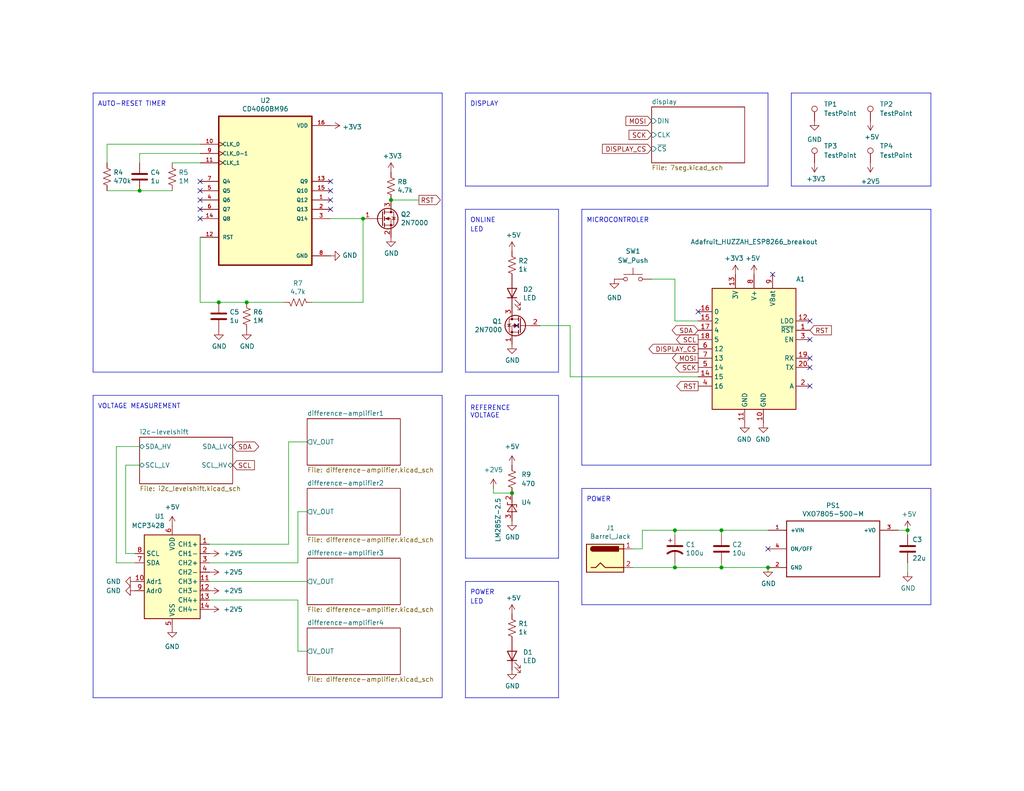
<source format=kicad_sch>
(kicad_sch (version 20230121) (generator eeschema)
  (paper "USLetter")
  (title_block (title "MQTT Voltmeter") (date "2022-02-18") (rev "A") (company "University of Wisconsin-Madison") (comment 1 "Department of Chemistry") (comment 2 "Instrument Shop") (comment 3 "Blaise Thompson") (comment 4 "blaise.thompson@wisc.edu"))
  (lib_symbols
    (symbol "Analog_ADC:MCP3428"
      (property "Reference" "U" (at -3.81 11.43 0))
      (property "Value" "MCP3428" (at 2.54 11.43 0))
      (symbol "MCP3428_0_1"
        (rectangle (start -7.62 10.16) (end 7.62 -12.7) (stroke (width 0.254)) (fill (type background)))
      )
      (symbol "MCP3428_1_1"
        (pin input line (at -10.16 7.62 0) (length 2.54) (name "CH1+") (number "1"))
        (pin input line (at 10.16 -2.54 180) (length 2.54) (name "Adr1") (number "10"))
        (pin input line (at -10.16 -2.54 0) (length 2.54) (name "CH3+") (number "11"))
        (pin input line (at -10.16 -5.08 0) (length 2.54) (name "CH3-") (number "12"))
        (pin input line (at -10.16 -7.62 0) (length 2.54) (name "CH4+") (number "13"))
        (pin input line (at -10.16 -10.16 0) (length 2.54) (name "CH4-") (number "14"))
        (pin input line (at -10.16 5.08 0) (length 2.54) (name "CH1-") (number "2"))
        (pin input line (at -10.16 2.54 0) (length 2.54) (name "CH2+") (number "3"))
        (pin input line (at -10.16 0 0) (length 2.54) (name "CH2-") (number "4"))
        (pin power_in line (at 0 -15.24 90) (length 2.54) (name "VSS") (number "5"))
        (pin power_in line (at 0 12.7 270) (length 2.54) (name "VDD") (number "6"))
        (pin bidirectional line (at 10.16 2.54 180) (length 2.54) (name "SDA") (number "7"))
        (pin input line (at 10.16 5.08 180) (length 2.54) (name "SCL") (number "8"))
        (pin input line (at 10.16 -5.08 180) (length 2.54) (name "Adr0") (number "9"))
      )
    )
    (symbol "CD4060BM96:CD4060BM96" (pin_names (offset 1.016))
      (property "Reference" "U" (at -12.7 21.3106 0))
      (property "Value" "CD4060BM96" (at -12.7 -24.3078 0))
      (symbol "CD4060BM96_0_0"
        (rectangle (start -12.7 -20.32) (end 12.7 20.32) (stroke (width 0.4064)) (fill (type background)))
        (pin bidirectional line (at 17.78 -2.54 180) (length 5.08) (name "Q12") (number "1"))
        (pin input clock (at -17.78 12.7 0) (length 5.08) (name "CLK_0") (number "10"))
        (pin input clock (at -17.78 7.62 0) (length 5.08) (name "CLK_1") (number "11"))
        (pin bidirectional line (at -17.78 -12.7 0) (length 5.08) (name "RST") (number "12"))
        (pin bidirectional line (at 17.78 2.54 180) (length 5.08) (name "Q9") (number "13"))
        (pin bidirectional line (at -17.78 -7.62 0) (length 5.08) (name "Q8") (number "14"))
        (pin bidirectional line (at 17.78 0 180) (length 5.08) (name "Q10") (number "15"))
        (pin power_in line (at 17.78 17.78 180) (length 5.08) (name "VDD") (number "16"))
        (pin bidirectional line (at 17.78 -5.08 180) (length 5.08) (name "Q13") (number "2"))
        (pin bidirectional line (at 17.78 -7.62 180) (length 5.08) (name "Q14") (number "3"))
        (pin bidirectional line (at -17.78 -2.54 0) (length 5.08) (name "Q6") (number "4"))
        (pin bidirectional line (at -17.78 0 0) (length 5.08) (name "Q5") (number "5"))
        (pin bidirectional line (at -17.78 -5.08 0) (length 5.08) (name "Q7") (number "6"))
        (pin bidirectional line (at -17.78 2.54 0) (length 5.08) (name "Q4") (number "7"))
        (pin power_in line (at 17.78 -17.78 180) (length 5.08) (name "GND") (number "8"))
        (pin input clock (at -17.78 10.16 0) (length 5.08) (name "CLK_0-1") (number "9"))
      )
    )
    (symbol "Connector:Barrel_Jack" (pin_names (offset 1.016))
      (property "Reference" "J" (at 0 5.334 0))
      (property "Value" "Barrel_Jack" (at 0 -5.08 0))
      (symbol "Barrel_Jack_0_1"
        (rectangle (start -5.08 3.81) (end 5.08 -3.81) (stroke (width 0.254)) (fill (type background)))
        (arc (start -3.302 3.175) (mid -3.9343 2.54) (end -3.302 1.905) (stroke (width 0.254)))
        (arc (start -3.302 3.175) (mid -3.9343 2.54) (end -3.302 1.905) (stroke (width 0.254)) (fill (type outline)))
        (polyline (pts (xy 5.08 2.54) (xy 3.81 2.54)) (stroke (width 0.254)))
        (polyline (pts (xy -3.81 -2.54) (xy -2.54 -2.54) (xy -1.27 -1.27) (xy 0 -2.54) (xy 2.54 -2.54) (xy 5.08 -2.54)) (stroke (width 0.254)))
        (rectangle (start 3.683 3.175) (end -3.302 1.905) (stroke (width 0.254)) (fill (type outline)))
      )
      (symbol "Barrel_Jack_1_1"
        (pin passive line (at 7.62 2.54 180) (length 2.54) (name "~") (number "1"))
        (pin passive line (at 7.62 -2.54 180) (length 2.54) (name "~") (number "2"))
      )
    )
    (symbol "Connector:TestPoint" (pin_numbers hide) (pin_names (offset 0.762) hide)
      (property "Reference" "TP" (at 0 6.858 0))
      (property "Value" "TestPoint" (at 0 5.08 0))
      (symbol "TestPoint_0_1"
        (circle (center 0 3.302) (radius 0.762))
      )
      (symbol "TestPoint_1_1"
        (pin passive line (at 0 0 90) (length 2.54) (name "1") (number "1"))
      )
    )
    (symbol "Device:C" (pin_numbers hide) (pin_names (offset 0.254))
      (property "Reference" "C" (at 0.635 2.54 0))
      (property "Value" "C" (at 0.635 -2.54 0))
      (symbol "C_0_1"
        (polyline (pts (xy -2.032 -0.762) (xy 2.032 -0.762)) (stroke (width 0.508)))
        (polyline (pts (xy -2.032 0.762) (xy 2.032 0.762)) (stroke (width 0.508)))
      )
      (symbol "C_1_1"
        (pin passive line (at 0 3.81 270) (length 2.794) (name "~") (number "1"))
        (pin passive line (at 0 -3.81 90) (length 2.794) (name "~") (number "2"))
      )
    )
    (symbol "Device:CP1" (pin_numbers hide) (pin_names (offset 0.254) hide)
      (property "Reference" "C" (at 0.635 2.54 0))
      (property "Value" "Device_CP1" (at 0.635 -2.54 0))
      (symbol "CP1_0_1"
        (polyline (pts (xy -2.032 0.762) (xy 2.032 0.762)) (stroke (width 0.508)))
        (polyline (pts (xy -1.778 2.286) (xy -0.762 2.286)))
        (polyline (pts (xy -1.27 1.778) (xy -1.27 2.794)))
        (arc (start 2.032 -1.27) (mid 0 -0.5572) (end -2.032 -1.27) (stroke (width 0.508)))
      )
      (symbol "CP1_1_1"
        (pin passive line (at 0 3.81 270) (length 2.794) (name "~") (number "1"))
        (pin passive line (at 0 -3.81 90) (length 3.302) (name "~") (number "2"))
      )
    )
    (symbol "Device:LED" (pin_numbers hide) (pin_names (offset 1.016) hide)
      (property "Reference" "D" (at 0 2.54 0))
      (property "Value" "LED" (at 0 -2.54 0))
      (symbol "LED_0_1"
        (polyline (pts (xy -1.27 -1.27) (xy -1.27 1.27)) (stroke (width 0.254)))
        (polyline (pts (xy -1.27 0) (xy 1.27 0)))
        (polyline (pts (xy 1.27 -1.27) (xy 1.27 1.27) (xy -1.27 0) (xy 1.27 -1.27)) (stroke (width 0.254)))
        (polyline (pts (xy -3.048 -0.762) (xy -4.572 -2.286) (xy -3.81 -2.286) (xy -4.572 -2.286) (xy -4.572 -1.524)))
        (polyline (pts (xy -1.778 -0.762) (xy -3.302 -2.286) (xy -2.54 -2.286) (xy -3.302 -2.286) (xy -3.302 -1.524)))
      )
      (symbol "LED_1_1"
        (pin passive line (at -3.81 0 0) (length 2.54) (name "K") (number "1"))
        (pin passive line (at 3.81 0 180) (length 2.54) (name "A") (number "2"))
      )
    )
    (symbol "Device:Q_NMOS_GSD" (pin_names (offset 0) hide)
      (property "Reference" "Q" (at 5.08 1.27 0))
      (property "Value" "Q_NMOS_GSD" (at 5.08 -1.27 0))
      (symbol "Q_NMOS_GSD_0_1"
        (polyline (pts (xy 0.254 0) (xy -2.54 0)))
        (polyline (pts (xy 0.254 1.905) (xy 0.254 -1.905)) (stroke (width 0.254)))
        (polyline (pts (xy 0.762 -1.27) (xy 0.762 -2.286)) (stroke (width 0.254)))
        (polyline (pts (xy 0.762 0.508) (xy 0.762 -0.508)) (stroke (width 0.254)))
        (polyline (pts (xy 0.762 2.286) (xy 0.762 1.27)) (stroke (width 0.254)))
        (polyline (pts (xy 2.54 2.54) (xy 2.54 1.778)))
        (polyline (pts (xy 2.54 -2.54) (xy 2.54 0) (xy 0.762 0)))
        (polyline (pts (xy 0.762 -1.778) (xy 3.302 -1.778) (xy 3.302 1.778) (xy 0.762 1.778)))
        (polyline (pts (xy 1.016 0) (xy 2.032 0.381) (xy 2.032 -0.381) (xy 1.016 0)) (fill (type outline)))
        (polyline (pts (xy 2.794 0.508) (xy 2.921 0.381) (xy 3.683 0.381) (xy 3.81 0.254)))
        (polyline (pts (xy 3.302 0.381) (xy 2.921 -0.254) (xy 3.683 -0.254) (xy 3.302 0.381)))
        (circle (center 1.651 0) (radius 2.794) (stroke (width 0.254)))
        (circle (center 2.54 -1.778) (radius 0.254) (fill (type outline)))
        (circle (center 2.54 1.778) (radius 0.254) (fill (type outline)))
      )
      (symbol "Q_NMOS_GSD_1_1"
        (pin input line (at -5.08 0 0) (length 2.54) (name "G") (number "1"))
        (pin passive line (at 2.54 -5.08 90) (length 2.54) (name "S") (number "2"))
        (pin passive line (at 2.54 5.08 270) (length 2.54) (name "D") (number "3"))
      )
    )
    (symbol "Device:R_US" (pin_numbers hide) (pin_names (offset 0))
      (property "Reference" "R" (at 2.54 0 90))
      (property "Value" "R_US" (at -2.54 0 90))
      (symbol "R_US_0_1"
        (polyline (pts (xy 0 -2.286) (xy 0 -2.54)))
        (polyline (pts (xy 0 2.286) (xy 0 2.54)))
        (polyline (pts (xy 0 -0.762) (xy 1.016 -1.143) (xy 0 -1.524) (xy -1.016 -1.905) (xy 0 -2.286)))
        (polyline (pts (xy 0 0.762) (xy 1.016 0.381) (xy 0 0) (xy -1.016 -0.381) (xy 0 -0.762)))
        (polyline (pts (xy 0 2.286) (xy 1.016 1.905) (xy 0 1.524) (xy -1.016 1.143) (xy 0 0.762)))
      )
      (symbol "R_US_1_1"
        (pin passive line (at 0 3.81 270) (length 1.27) (name "~") (number "1"))
        (pin passive line (at 0 -3.81 90) (length 1.27) (name "~") (number "2"))
      )
    )
    (symbol "GND_1" (power) (pin_names (offset 0))
      (property "Value" "GND_1" (at 0 -3.81 0))
      (symbol "GND_1_0_1"
        (polyline (pts (xy 0 0) (xy 0 -1.27) (xy 1.27 -1.27) (xy 0 -2.54) (xy -1.27 -1.27) (xy 0 -1.27)))
      )
      (symbol "GND_1_1_1"
        (pin power_in line (at 0 0 270) (length 0) hide (name "GND") (number "1"))
      )
    )
    (symbol "GND_2" (power) (pin_names (offset 0))
      (property "Value" "GND_2" (at 0 -3.81 0))
      (symbol "GND_2_0_1"
        (polyline (pts (xy 0 0) (xy 0 -1.27) (xy 1.27 -1.27) (xy 0 -2.54) (xy -1.27 -1.27) (xy 0 -1.27)))
      )
      (symbol "GND_2_1_1"
        (pin power_in line (at 0 0 270) (length 0) hide (name "GND") (number "1"))
      )
    )
    (symbol "MCU_Module:Adafruit_HUZZAH_ESP8266_breakout"
      (property "Reference" "A" (at 7.62 19.05 0))
      (property "Value" "Adafruit_HUZZAH_ESP8266_breakout" (at 3.81 -19.05 0))
      (symbol "Adafruit_HUZZAH_ESP8266_breakout_0_1"
        (rectangle (start -11.43 16.51) (end 11.43 -16.51) (stroke (width 0.254)) (fill (type background)))
      )
      (symbol "Adafruit_HUZZAH_ESP8266_breakout_1_1"
        (pin input line (at -15.24 5.08 0) (length 3.81) (name "~{RST}") (number "1"))
        (pin power_in line (at -2.54 -20.32 90) (length 3.81) (name "GND") (number "10"))
        (pin power_in line (at 2.54 -20.32 90) (length 3.81) (name "GND") (number "11"))
        (pin input line (at -15.24 7.62 0) (length 3.81) (name "LDO") (number "12"))
        (pin power_out line (at 5.08 20.32 270) (length 3.81) (name "3V") (number "13"))
        (pin bidirectional line (at 15.24 -7.62 180) (length 3.81) (name "15") (number "14"))
        (pin bidirectional line (at 15.24 7.62 180) (length 3.81) (name "2") (number "15"))
        (pin bidirectional line (at 15.24 10.16 180) (length 3.81) (name "0") (number "16"))
        (pin bidirectional line (at 15.24 5.08 180) (length 3.81) (name "4") (number "17"))
        (pin bidirectional line (at 15.24 2.54 180) (length 3.81) (name "5") (number "18"))
        (pin input line (at -15.24 -2.54 0) (length 3.81) (name "RX") (number "19"))
        (pin input line (at -15.24 -10.16 0) (length 3.81) (name "A") (number "2"))
        (pin output line (at -15.24 -5.08 0) (length 3.81) (name "TX") (number "20"))
        (pin input line (at -15.24 2.54 0) (length 3.81) (name "EN") (number "3"))
        (pin bidirectional line (at 15.24 -10.16 180) (length 3.81) (name "16") (number "4"))
        (pin bidirectional line (at 15.24 -5.08 180) (length 3.81) (name "14") (number "5"))
        (pin bidirectional line (at 15.24 0 180) (length 3.81) (name "12") (number "6"))
        (pin bidirectional line (at 15.24 -2.54 180) (length 3.81) (name "13") (number "7"))
        (pin power_in line (at 0 20.32 270) (length 3.81) (name "V+") (number "8"))
        (pin power_in line (at -5.08 20.32 270) (length 3.81) (name "VBat") (number "9"))
      )
    )
    (symbol "Reference_Voltage:LM285Z-2.5" (pin_names (offset 0.0254) hide)
      (property "Reference" "U" (at 0 2.54 0))
      (property "Value" "LM285Z-2.5" (at 0 -3.175 0))
      (symbol "LM285Z-2.5_0_1"
        (polyline (pts (xy -1.27 0) (xy 0 0) (xy 1.27 0)))
        (polyline (pts (xy -1.27 -1.27) (xy 0.635 0) (xy -1.27 1.27) (xy -1.27 -1.27)) (stroke (width 0.2032)))
        (polyline (pts (xy 0 -1.27) (xy 0.635 -1.27) (xy 0.635 1.27) (xy 1.27 1.27)) (stroke (width 0.2032)))
      )
      (symbol "LM285Z-2.5_1_1"
        (pin passive line (at 3.81 0 180) (length 2.54) (name "K") (number "2"))
        (pin passive line (at -3.81 0 0) (length 2.54) (name "A") (number "3"))
      )
    )
    (symbol "Switch:SW_Push" (pin_numbers hide) (pin_names (offset 1.016) hide)
      (property "Reference" "SW" (at 1.27 2.54 0))
      (property "Value" "SW_Push" (at 0 -1.524 0))
      (symbol "SW_Push_0_1"
        (circle (center -2.032 0) (radius 0.508))
        (polyline (pts (xy 0 1.27) (xy 0 3.048)))
        (polyline (pts (xy 2.54 1.27) (xy -2.54 1.27)))
        (circle (center 2.032 0) (radius 0.508))
        (pin passive line (at -5.08 0 0) (length 2.54) (name "1") (number "1"))
        (pin passive line (at 5.08 0 180) (length 2.54) (name "2") (number "2"))
      )
    )
    (symbol "Transistor_FET:2N7000" (pin_names hide)
      (property "Reference" "Q" (at 5.08 1.905 0))
      (property "Value" "2N7000" (at 5.08 0 0))
      (symbol "2N7000_0_1"
        (polyline (pts (xy 0.254 0) (xy -2.54 0)))
        (polyline (pts (xy 0.254 1.905) (xy 0.254 -1.905)) (stroke (width 0.254)))
        (polyline (pts (xy 0.762 -1.27) (xy 0.762 -2.286)) (stroke (width 0.254)))
        (polyline (pts (xy 0.762 0.508) (xy 0.762 -0.508)) (stroke (width 0.254)))
        (polyline (pts (xy 0.762 2.286) (xy 0.762 1.27)) (stroke (width 0.254)))
        (polyline (pts (xy 2.54 2.54) (xy 2.54 1.778)))
        (polyline (pts (xy 2.54 -2.54) (xy 2.54 0) (xy 0.762 0)))
        (polyline (pts (xy 0.762 -1.778) (xy 3.302 -1.778) (xy 3.302 1.778) (xy 0.762 1.778)))
        (polyline (pts (xy 1.016 0) (xy 2.032 0.381) (xy 2.032 -0.381) (xy 1.016 0)) (fill (type outline)))
        (polyline (pts (xy 2.794 0.508) (xy 2.921 0.381) (xy 3.683 0.381) (xy 3.81 0.254)))
        (polyline (pts (xy 3.302 0.381) (xy 2.921 -0.254) (xy 3.683 -0.254) (xy 3.302 0.381)))
        (circle (center 1.651 0) (radius 2.794) (stroke (width 0.254)))
        (circle (center 2.54 -1.778) (radius 0.254) (fill (type outline)))
        (circle (center 2.54 1.778) (radius 0.254) (fill (type outline)))
      )
      (symbol "2N7000_1_1"
        (pin passive line (at 2.54 -5.08 90) (length 2.54) (name "S") (number "1"))
        (pin input line (at -5.08 0 0) (length 2.54) (name "G") (number "2"))
        (pin passive line (at 2.54 5.08 270) (length 2.54) (name "D") (number "3"))
      )
    )
    (symbol "VXO7805-500-M:VXO7805-500-M" (pin_names (offset 1.016))
      (property "Reference" "PS" (at -12.7 8.89 0))
      (property "Value" "VXO7805-500-M" (at -12.7 -8.89 0))
      (symbol "VXO7805-500-M_0_0"
        (polyline (pts (xy -12.7 -7.62) (xy -12.7 7.62)) (stroke (width 0.254)))
        (polyline (pts (xy -12.7 7.62) (xy 12.7 7.62)) (stroke (width 0.254)))
        (polyline (pts (xy 12.7 -7.62) (xy -12.7 -7.62)) (stroke (width 0.254)))
        (polyline (pts (xy 12.7 7.62) (xy 12.7 -7.62)) (stroke (width 0.254)))
        (pin input line (at -17.78 5.08 0) (length 5.08) (name "+VIN") (number "1"))
        (pin power_in line (at -17.78 -5.08 0) (length 5.08) (name "GND") (number "2"))
        (pin output line (at 17.78 5.08 180) (length 5.08) (name "+VO") (number "3"))
        (pin input line (at -17.78 0 0) (length 5.08) (name "ON/OFF") (number "4"))
      )
    )
    (symbol "power:+2V5" (power) (pin_names (offset 0))
      (property "Value" "+2V5" (at 0 3.556 0))
      (symbol "+2V5_0_1"
        (polyline (pts (xy -0.762 1.27) (xy 0 2.54)))
        (polyline (pts (xy 0 0) (xy 0 2.54)))
        (polyline (pts (xy 0 2.54) (xy 0.762 1.27)))
      )
      (symbol "+2V5_1_1"
        (pin power_in line (at 0 0 90) (length 0) hide (name "+2V5") (number "1"))
      )
    )
    (symbol "power:+3.3V" (power) (pin_names (offset 0))
      (property "Value" "+3.3V" (at 0 3.556 0))
      (symbol "+3.3V_0_1"
        (polyline (pts (xy -0.762 1.27) (xy 0 2.54)))
        (polyline (pts (xy 0 0) (xy 0 2.54)))
        (polyline (pts (xy 0 2.54) (xy 0.762 1.27)))
      )
      (symbol "+3.3V_1_1"
        (pin power_in line (at 0 0 90) (length 0) hide (name "+3V3") (number "1"))
      )
    )
    (symbol "power:+5V" (power) (pin_names (offset 0))
      (property "Value" "+5V" (at 0 3.556 0))
      (symbol "+5V_0_1"
        (polyline (pts (xy -0.762 1.27) (xy 0 2.54)))
        (polyline (pts (xy 0 0) (xy 0 2.54)))
        (polyline (pts (xy 0 2.54) (xy 0.762 1.27)))
      )
      (symbol "+5V_1_1"
        (pin power_in line (at 0 0 90) (length 0) hide (name "+5V") (number "1"))
      )
    )
    (symbol "power:GND" (power) (pin_names (offset 0))
      (property "Value" "GND" (at 0 -3.81 0))
      (symbol "GND_0_1"
        (polyline (pts (xy 0 0) (xy 0 -1.27) (xy 1.27 -1.27) (xy 0 -2.54) (xy -1.27 -1.27) (xy 0 -1.27)))
      )
      (symbol "GND_1_1"
        (pin power_in line (at 0 0 270) (length 0) hide (name "GND") (number "1"))
      )
    )
  )
  (junction (at 67.31 82.55))
  (junction (at 106.68 54.61))
  (junction (at 59.69 82.55))
  (junction (at 247.65 144.78))
  (junction (at 99.06 59.69))
  (junction (at 196.85 144.78))
  (junction (at 184.15 154.94))
  (junction (at 209.55 154.94))
  (junction (at 139.7 134.62))
  (junction (at 38.1 52.07))
  (junction (at 196.85 154.94))
  (junction (at 184.15 144.78))
  (no_connect (at 54.61 59.69))
  (no_connect (at 220.98 105.41))
  (no_connect (at 220.98 92.71))
  (no_connect (at 209.55 149.86))
  (no_connect (at 220.98 100.33))
  (no_connect (at 54.61 49.53))
  (no_connect (at 90.17 54.61))
  (no_connect (at 90.17 57.15))
  (no_connect (at 210.82 74.93))
  (no_connect (at 220.98 97.79))
  (no_connect (at 90.17 52.07))
  (no_connect (at 54.61 57.15))
  (no_connect (at 54.61 52.07))
  (no_connect (at 190.5 85.09))
  (no_connect (at 90.17 49.53))
  (no_connect (at 220.98 87.63))
  (no_connect (at 54.61 54.61))
  (no_connect (at 140.97 88.9))
  (polyline (pts (xy 254 165.1) (xy 158.75 165.1)))
  (polyline (pts (xy 158.75 133.35) (xy 254 133.35)))
  (wire (pts (xy 190.5 102.87) (xy 155.575 102.87)))
  (wire (pts (xy 81.28 139.7) (xy 83.82 139.7)))
  (polyline (pts (xy 127 152.4) (xy 152.4 152.4)))
  (polyline (pts (xy 209.55 25.4) (xy 209.55 50.8)))
  (polyline (pts (xy 158.75 127) (xy 254 127)))
  (wire (pts (xy 57.15 163.83) (xy 81.28 163.83)))
  (wire (pts (xy 184.15 87.63) (xy 184.15 76.2)))
  (polyline (pts (xy 120.65 101.6) (xy 25.4 101.6)))
  (wire (pts (xy 34.29 151.13) (xy 34.29 127)))
  (wire (pts (xy 99.06 82.55) (xy 99.06 59.69)))
  (wire (pts (xy 184.15 154.94) (xy 196.85 154.94)))
  (wire (pts (xy 184.15 146.05) (xy 184.15 144.78)))
  (polyline (pts (xy 152.4 101.6) (xy 152.4 57.15)))
  (wire (pts (xy 38.1 41.91) (xy 38.1 44.45)))
  (wire (pts (xy 81.28 153.67) (xy 81.28 139.7)))
  (polyline (pts (xy 254 133.35) (xy 254 165.1)))
  (polyline (pts (xy 152.4 152.4) (xy 152.4 107.95)))
  (wire (pts (xy 196.85 144.78) (xy 196.85 146.05)))
  (wire (pts (xy 46.99 44.45) (xy 54.61 44.45)))
  (wire (pts (xy 54.61 39.37) (xy 29.21 39.37)))
  (wire (pts (xy 38.1 52.07) (xy 46.99 52.07)))
  (polyline (pts (xy 254 57.15) (xy 158.75 57.15)))
  (polyline (pts (xy 127 107.95) (xy 127 152.4)))
  (wire (pts (xy 90.17 59.69) (xy 99.06 59.69)))
  (polyline (pts (xy 152.4 158.75) (xy 127 158.75)))
  (wire (pts (xy 54.61 82.55) (xy 54.61 64.77)))
  (wire (pts (xy 134.62 134.62) (xy 134.62 133.35)))
  (wire (pts (xy 54.61 41.91) (xy 38.1 41.91)))
  (wire (pts (xy 184.15 144.78) (xy 196.85 144.78)))
  (wire (pts (xy 57.15 158.75) (xy 83.82 158.75)))
  (wire (pts (xy 81.28 163.83) (xy 81.28 177.8)))
  (wire (pts (xy 85.09 82.55) (xy 99.06 82.55)))
  (polyline (pts (xy 127 25.4) (xy 209.55 25.4)))
  (polyline (pts (xy 120.65 190.5) (xy 120.65 107.95)))
  (wire (pts (xy 31.75 153.67) (xy 31.75 121.92)))
  (wire (pts (xy 190.5 87.63) (xy 184.15 87.63)))
  (wire (pts (xy 57.15 148.59) (xy 78.74 148.59)))
  (wire (pts (xy 184.15 76.2) (xy 177.8 76.2)))
  (polyline (pts (xy 127 158.75) (xy 127 190.5)))
  (polyline (pts (xy 215.9 25.4) (xy 254 25.4)))
  (wire (pts (xy 175.26 149.86) (xy 175.26 144.78)))
  (wire (pts (xy 139.7 134.62) (xy 134.62 134.62)))
  (wire (pts (xy 78.74 120.65) (xy 83.82 120.65)))
  (wire (pts (xy 29.21 39.37) (xy 29.21 44.45)))
  (polyline (pts (xy 152.4 57.15) (xy 127 57.15)))
  (wire (pts (xy 31.75 121.92) (xy 38.1 121.92)))
  (polyline (pts (xy 120.65 107.95) (xy 25.4 107.95)))
  (wire (pts (xy 247.65 153.67) (xy 247.65 156.21)))
  (polyline (pts (xy 120.65 25.4) (xy 120.65 101.6)))
  (wire (pts (xy 54.61 82.55) (xy 59.69 82.55)))
  (polyline (pts (xy 25.4 25.4) (xy 120.65 25.4)))
  (wire (pts (xy 155.575 88.9) (xy 147.32 88.9)))
  (polyline (pts (xy 209.55 50.8) (xy 127 50.8)))
  (wire (pts (xy 59.69 82.55) (xy 67.31 82.55)))
  (polyline (pts (xy 127 101.6) (xy 127 57.15)))
  (polyline (pts (xy 158.75 165.1) (xy 158.75 133.35)))
  (wire (pts (xy 29.21 52.07) (xy 38.1 52.07)))
  (polyline (pts (xy 127 101.6) (xy 152.4 101.6)))
  (polyline (pts (xy 254 127) (xy 254 57.15)))
  (wire (pts (xy 34.29 127) (xy 38.1 127)))
  (wire (pts (xy 196.85 153.67) (xy 196.85 154.94)))
  (polyline (pts (xy 127 25.4) (xy 127 50.8)))
  (wire (pts (xy 36.83 153.67) (xy 31.75 153.67)))
  (polyline (pts (xy 158.75 57.15) (xy 158.75 127)))
  (polyline (pts (xy 127 190.5) (xy 152.4 190.5)))
  (wire (pts (xy 67.31 82.55) (xy 77.47 82.55)))
  (wire (pts (xy 172.72 154.94) (xy 184.15 154.94)))
  (polyline (pts (xy 254 25.4) (xy 254 50.8)))
  (wire (pts (xy 172.72 149.86) (xy 175.26 149.86)))
  (wire (pts (xy 196.85 144.78) (xy 209.55 144.78)))
  (wire (pts (xy 155.575 102.87) (xy 155.575 88.9)))
  (polyline (pts (xy 215.9 25.4) (xy 215.9 50.8)))
  (wire (pts (xy 247.65 144.78) (xy 245.11 144.78)))
  (polyline (pts (xy 152.4 190.5) (xy 152.4 158.75)))
  (wire (pts (xy 78.74 148.59) (xy 78.74 120.65)))
  (wire (pts (xy 81.28 177.8) (xy 83.82 177.8)))
  (wire (pts (xy 175.26 144.78) (xy 184.15 144.78)))
  (polyline (pts (xy 25.4 107.95) (xy 25.4 190.5)))
  (wire (pts (xy 196.85 154.94) (xy 209.55 154.94)))
  (wire (pts (xy 247.65 146.05) (xy 247.65 144.78)))
  (polyline (pts (xy 120.65 190.5) (xy 25.4 190.5)))
  (polyline (pts (xy 152.4 107.95) (xy 127 107.95)))
  (wire (pts (xy 184.15 153.67) (xy 184.15 154.94)))
  (wire (pts (xy 57.15 153.67) (xy 81.28 153.67)))
  (polyline (pts (xy 25.4 25.4) (xy 25.4 101.6)))
  (polyline (pts (xy 254 50.8) (xy 215.9 50.8)))
  (wire (pts (xy 106.68 54.61) (xy 114.3 54.61)))
  (wire (pts (xy 36.83 151.13) (xy 34.29 151.13)))
  (text "ONLINE" (at 128.27 60.96 0) (effects (font (size 1.27 1.27)) (justify left bottom)))
  (text "LED\n" (at 128.27 63.5 0) (effects (font (size 1.27 1.27)) (justify left bottom)))
  (text "REFERENCE\nVOLTAGE" (at 128.27 114.3 0) (effects (font (size 1.27 1.27)) (justify left bottom)))
  (text "POWER" (at 160.02 137.16 0) (effects (font (size 1.27 1.27)) (justify left bottom)))
  (text "MICROCONTROLER" (at 160.02 60.96 0) (effects (font (size 1.27 1.27)) (justify left bottom)))
  (text "POWER\n" (at 128.27 162.56 0) (effects (font (size 1.27 1.27)) (justify left bottom)))
  (text "AUTO-RESET TIMER" (at 26.67 29.21 0) (effects (font (size 1.27 1.27)) (justify left bottom)))
  (text "VOLTAGE MEASUREMENT" (at 26.67 111.76 0) (effects (font (size 1.27 1.27)) (justify left bottom)))
  (text "LED\n" (at 128.27 165.1 0) (effects (font (size 1.27 1.27)) (justify left bottom)))
  (text "DISPLAY" (at 128.27 29.21 0) (effects (font (size 1.27 1.27)) (justify left bottom)))
  (global_label "SCL" (shape input) (at 63.5 127 0) (property "Intersheetrefs" "${INTERSHEET_REFS}" (effects hide)))
  (global_label "MOSI" (shape input) (at 177.8 33.02 180) (property "Intersheetrefs" "${INTERSHEET_REFS}" (effects hide)))
  (global_label "SCL" (shape output) (at 190.5 92.71 180) (property "Intersheetrefs" "${INTERSHEET_REFS}" (effects hide)))
  (global_label "DISPLAY_CS" (shape input) (at 177.8 40.64 180) (property "Intersheetrefs" "${INTERSHEET_REFS}" (effects hide)))
  (global_label "SDA" (shape bidirectional) (at 190.5 90.17 180) (property "Intersheetrefs" "${INTERSHEET_REFS}" (effects hide)))
  (global_label "SCK" (shape input) (at 177.8 36.83 180) (property "Intersheetrefs" "${INTERSHEET_REFS}" (effects hide)))
  (global_label "MOSI" (shape output) (at 190.5 97.79 180) (property "Intersheetrefs" "${INTERSHEET_REFS}" (effects hide)))
  (global_label "SCK" (shape output) (at 190.5 100.33 180) (property "Intersheetrefs" "${INTERSHEET_REFS}" (effects hide)))
  (global_label "RST" (shape input) (at 220.98 90.17 0) (property "Intersheetrefs" "${INTERSHEET_REFS}" (effects hide)))
  (global_label "DISPLAY_CS" (shape output) (at 190.5 95.25 180) (property "Intersheetrefs" "${INTERSHEET_REFS}" (effects hide)))
  (global_label "RST" (shape output) (at 190.5 105.41 180) (property "Intersheetrefs" "${INTERSHEET_REFS}" (effects hide)))
  (global_label "RST" (shape output) (at 114.3 54.61 0) (property "Intersheetrefs" "${INTERSHEET_REFS}" (effects hide)))
  (global_label "SDA" (shape bidirectional) (at 63.5 121.92 0) (property "Intersheetrefs" "${INTERSHEET_REFS}" (effects hide)))
  (symbol (lib_id "Connector:Barrel_Jack") (at 165.1 152.4 0) (unit 1)
    (property "Reference" "J1" (at 166.5478 144.145 0))
    (property "Value" "Barrel_Jack" (at 166.5478 146.4564 0))
    (property "Footprint" "Connector_BarrelJack:BarrelJack_Horizontal" (effects hide))
  )
  (symbol (lib_id "VXO7805-500-M:VXO7805-500-M") (at 227.33 149.86 0) (unit 1)
    (property "Reference" "PS1" (at 227.33 137.9982 0))
    (property "Value" "VXO7805-500-M" (at 227.33 140.3096 0))
    (property "Footprint" "footprints:CONV_VXO7805-500-M" (effects hide))
    (property "Datasheet" "1.0" (effects hide))
    (property "Field4" "3.5 mm" (effects hide))
    (property "Field5" "CUI Inc." (effects hide))
    (property "Field6" "Manufacturer Recommendations" (effects hide))
  )
  (symbol (lib_id "Device:R_US") (at 139.7 171.45 0) (unit 1)
    (property "Reference" "R1" (at 141.4272 170.2816 0) (effects (justify left)))
    (property "Value" "1k" (at 141.4272 172.593 0) (effects (justify left)))
    (property "Footprint" "Resistor_SMD:R_1206_3216Metric_Pad1.30x1.75mm_HandSolder" (effects hide))
  )
  (symbol (lib_id "Device:LED") (at 139.7 179.07 90) (unit 1)
    (property "Reference" "D1" (at 142.6972 178.0794 90) (effects (justify right)))
    (property "Value" "LED" (at 142.6972 180.3908 90) (effects (justify right)))
    (property "Footprint" "LED_SMD:LED_1206_3216Metric_Pad1.42x1.75mm_HandSolder" (effects hide))
  )
  (symbol (lib_id "Device:R_US") (at 139.7 72.39 0) (unit 1)
    (property "Reference" "R2" (at 141.4272 71.2216 0) (effects (justify left)))
    (property "Value" "1k" (at 141.4272 73.533 0) (effects (justify left)))
    (property "Footprint" "Resistor_SMD:R_1206_3216Metric_Pad1.30x1.75mm_HandSolder" (effects hide))
  )
  (symbol (lib_id "Device:LED") (at 139.7 80.01 90) (unit 1)
    (property "Reference" "D2" (at 142.6972 79.0194 90) (effects (justify right)))
    (property "Value" "LED" (at 142.6972 81.3308 90) (effects (justify right)))
    (property "Footprint" "LED_SMD:LED_1206_3216Metric_Pad1.42x1.75mm_HandSolder" (effects hide))
  )
  (symbol (lib_id "power:GND") (at 139.7 182.88 0) (unit 1)
    (property "Reference" "#PWR0104" (effects hide))
    (property "Value" "GND" (at 139.827 187.2742 0))
  )
  (symbol (lib_id "Transistor_FET:2N7000") (at 142.24 88.9 0) (mirror y) (unit 1)
    (property "Reference" "Q1" (at 137.0584 87.7316 0) (effects (justify left)))
    (property "Value" "2N7000" (at 137.0584 90.043 0) (effects (justify left)))
    (property "Footprint" "Package_TO_SOT_SMD:SOT-23_Handsoldering" (effects hide))
    (property "Datasheet" "https://www.onsemi.com/pub/Collateral/NDS7002A-D.PDF" (effects hide))
  )
  (symbol (lib_id "power:GND") (at 139.7 93.98 0) (unit 1)
    (property "Reference" "#PWR0105" (effects hide))
    (property "Value" "GND" (at 139.827 98.3742 0))
  )
  (symbol (lib_id "power:+5V") (at 247.65 144.78 0) (unit 1)
    (property "Reference" "#PWR0109" (effects hide))
    (property "Value" "+5V" (at 248.031 140.3858 0))
  )
  (symbol (lib_id "power:+5V") (at 139.7 68.58 0) (unit 1)
    (property "Reference" "#PWR0110" (effects hide))
    (property "Value" "+5V" (at 140.081 64.1858 0))
  )
  (symbol (lib_id "power:+5V") (at 139.7 167.64 0) (unit 1)
    (property "Reference" "#PWR0111" (effects hide))
    (property "Value" "+5V" (at 140.081 163.2458 0))
  )
  (symbol (lib_id "Device:CP1") (at 184.15 149.86 0) (unit 1)
    (property "Reference" "C1" (at 187.071 148.6916 0) (effects (justify left)))
    (property "Value" "100u" (at 187.071 151.003 0) (effects (justify left)))
    (property "Footprint" "Capacitor_THT:CP_Radial_Tantal_D7.0mm_P2.50mm" (effects hide))
  )
  (symbol (lib_id "Device:C") (at 196.85 149.86 0) (unit 1)
    (property "Reference" "C2" (at 199.771 148.6916 0) (effects (justify left)))
    (property "Value" "10u" (at 199.771 151.003 0) (effects (justify left)))
    (property "Footprint" "Capacitor_SMD:C_1206_3216Metric_Pad1.33x1.80mm_HandSolder" (effects hide))
  )
  (symbol (lib_id "Device:C") (at 247.65 149.86 0) (unit 1)
    (property "Reference" "C3" (at 248.92 147.32 0) (effects (justify left)))
    (property "Value" "22u" (at 248.92 152.4 0) (effects (justify left)))
    (property "Footprint" "Capacitor_SMD:C_1206_3216Metric_Pad1.33x1.80mm_HandSolder" (effects hide))
  )
  (symbol (lib_id "power:GND") (at 247.65 156.21 0) (unit 1)
    (property "Reference" "#PWR0112" (effects hide))
    (property "Value" "GND" (at 247.777 160.6042 0))
  )
  (symbol (lib_id "power:GND") (at 209.55 154.94 0) (unit 1)
    (property "Reference" "#PWR0115" (effects hide))
    (property "Value" "GND" (at 209.677 159.3342 0))
  )
  (symbol (lib_id "Connector:TestPoint") (at 222.25 33.02 0) (unit 1)
    (property "Reference" "TP1" (at 224.79 28.448 0) (effects (justify left)))
    (property "Value" "TestPoint" (at 224.79 30.988 0) (effects (justify left)))
    (property "Footprint" "TestPoint:TestPoint_Loop_D2.60mm_Drill1.6mm_Beaded" (effects hide))
  )
  (symbol (lib_id "power:GND") (at 106.68 64.77 0) (unit 1)
    (property "Reference" "#PWR014" (effects hide))
    (property "Value" "GND" (at 106.807 69.1642 0))
  )
  (symbol (lib_id "power:+2V5") (at 57.15 151.13 270) (mirror x) (unit 1)
    (property "Reference" "#PWR05" (effects hide))
    (property "Value" "+2V5" (at 60.96 151.1299 90) (effects (justify left)))
  )
  (symbol (lib_id "Device:R_US") (at 46.99 48.26 180) (unit 1)
    (property "Reference" "R5" (at 48.7172 47.0916 0) (effects (justify right)))
    (property "Value" "1M" (at 48.7172 49.403 0) (effects (justify right)))
    (property "Footprint" "Resistor_SMD:R_1206_3216Metric_Pad1.30x1.75mm_HandSolder" (effects hide))
  )
  (symbol (lib_id "Device:C") (at 38.1 48.26 0) (unit 1)
    (property "Reference" "C4" (at 41.021 47.0916 0) (effects (justify left)))
    (property "Value" "1u" (at 41.021 49.403 0) (effects (justify left)))
    (property "Footprint" "Capacitor_SMD:C_1206_3216Metric_Pad1.33x1.80mm_HandSolder" (effects hide))
  )
  (symbol (lib_id "power:+5V") (at 139.7 127 0) (unit 1)
    (property "Reference" "#PWR016" (effects hide))
    (property "Value" "+5V" (at 139.7 121.92 0))
  )
  (symbol (lib_id "Connector:TestPoint") (at 237.49 44.45 0) (unit 1)
    (property "Reference" "TP4" (at 240.03 39.878 0) (effects (justify left)))
    (property "Value" "TestPoint" (at 240.03 42.418 0) (effects (justify left)))
    (property "Footprint" "TestPoint:TestPoint_Loop_D2.60mm_Drill1.6mm_Beaded" (effects hide))
  )
  (symbol (lib_id "power:GND") (at 90.17 69.85 90) (unit 1)
    (property "Reference" "#PWR012" (effects hide))
    (property "Value" "GND" (at 93.4212 69.723 90) (effects (justify right)))
  )
  (symbol (lib_id "power:+2V5") (at 57.15 166.37 270) (mirror x) (unit 1)
    (property "Reference" "#PWR08" (effects hide))
    (property "Value" "+2V5" (at 60.96 166.3699 90) (effects (justify left)))
  )
  (symbol (lib_id "power:+2V5") (at 237.49 44.45 180) (unit 1)
    (property "Reference" "#PWR057" (effects hide))
    (property "Value" "+2V5" (at 237.49 49.53 0))
  )
  (symbol (lib_id "Device:R_US") (at 106.68 50.8 0) (unit 1)
    (property "Reference" "R8" (at 108.4072 49.6316 0) (effects (justify left)))
    (property "Value" "4.7k" (at 108.4072 51.943 0) (effects (justify left)))
    (property "Footprint" "Resistor_SMD:R_1206_3216Metric_Pad1.30x1.75mm_HandSolder" (effects hide))
  )
  (symbol (lib_id "Device:R_US") (at 81.28 82.55 270) (mirror x) (unit 1)
    (property "Reference" "R7" (at 81.28 77.343 90))
    (property "Value" "4.7k" (at 81.28 79.6544 90))
    (property "Footprint" "Resistor_SMD:R_1206_3216Metric_Pad1.30x1.75mm_HandSolder" (effects hide))
  )
  (symbol (lib_id "power:GND") (at 36.83 158.75 270) (mirror x) (unit 1)
    (property "Reference" "#PWR01" (effects hide))
    (property "Value" "GND" (at 33.02 158.7499 90) (effects (justify right)))
  )
  (symbol (lib_id "Reference_Voltage:LM285Z-2.5") (at 139.7 138.43 90) (unit 1)
    (property "Reference" "U4" (at 142.24 137.1599 90) (effects (justify right)))
    (property "Value" "LM285Z-2.5" (at 135.89 135.89 0) (effects (justify right)))
    (property "Footprint" "Package_TO_SOT_THT:TO-92_Inline" (effects hide))
    (property "Datasheet" "http://www.onsemi.com/pub_link/Collateral/LM285-D.PDF" (effects hide))
  )
  (symbol (lib_id "Device:R_US") (at 139.7 130.81 0) (unit 1)
    (property "Reference" "R9" (at 142.24 129.54 0) (effects (justify left)))
    (property "Value" "470" (at 142.24 132.08 0) (effects (justify left)))
    (property "Footprint" "Resistor_SMD:R_1206_3216Metric_Pad1.30x1.75mm_HandSolder" (effects hide))
  )
  (symbol (lib_id "power:GND") (at 139.7 142.24 0) (unit 1)
    (property "Reference" "#PWR017" (effects hide))
    (property "Value" "GND" (at 139.827 146.6342 0))
  )
  (symbol (lib_id "power:GND") (at 208.28 115.57 0) (mirror y) (unit 1)
    (property "Reference" "#PWR021" (effects hide))
    (property "Value" "GND" (at 208.153 119.9642 0))
  )
  (symbol (lib_id "power:+2V5") (at 134.62 133.35 0) (unit 1)
    (property "Reference" "#PWR015" (effects hide))
    (property "Value" "+2V5" (at 134.62 128.27 0))
  )
  (symbol (lib_id "power:+3.3V") (at 106.68 46.99 0) (unit 1)
    (property "Reference" "#PWR013" (effects hide))
    (property "Value" "+3.3V" (at 107.061 42.5958 0))
  )
  (symbol (lib_id "Connector:TestPoint") (at 222.25 44.45 0) (unit 1)
    (property "Reference" "TP3" (at 224.79 39.878 0) (effects (justify left)))
    (property "Value" "TestPoint" (at 224.79 42.418 0) (effects (justify left)))
    (property "Footprint" "TestPoint:TestPoint_Loop_D2.60mm_Drill1.6mm_Beaded" (effects hide))
  )
  (symbol (lib_id "power:+2V5") (at 57.15 161.29 270) (mirror x) (unit 1)
    (property "Reference" "#PWR07" (effects hide))
    (property "Value" "+2V5" (at 60.96 161.2899 90) (effects (justify left)))
  )
  (symbol (lib_id "Connector:TestPoint") (at 237.49 33.02 0) (unit 1)
    (property "Reference" "TP2" (at 240.03 28.448 0) (effects (justify left)))
    (property "Value" "TestPoint" (at 240.03 30.988 0) (effects (justify left)))
    (property "Footprint" "TestPoint:TestPoint_Loop_D2.60mm_Drill1.6mm_Beaded" (effects hide))
  )
  (symbol (lib_id "MCU_Module:Adafruit_HUZZAH_ESP8266_breakout") (at 205.74 95.25 0) (mirror y) (unit 1)
    (property "Reference" "A1" (at 218.44 76.2 0))
    (property "Value" "Adafruit_HUZZAH_ESP8266_breakout" (at 205.74 66.04 0))
    (property "Footprint" "Module:Adafruit_HUZZAH_ESP8266_breakout" (effects hide))
    (property "Datasheet" "https://www.adafruit.com/product/2471" (effects hide))
  )
  (symbol (lib_name "GND_1") (lib_id "power:GND") (at 222.25 33.02 0) (unit 1)
    (property "Reference" "#PWR054" (effects hide))
    (property "Value" "GND" (at 222.25 38.1 0))
  )
  (symbol (lib_id "Device:C") (at 59.69 86.36 0) (unit 1)
    (property "Reference" "C5" (at 62.611 85.1916 0) (effects (justify left)))
    (property "Value" "1u" (at 62.611 87.503 0) (effects (justify left)))
    (property "Footprint" "Capacitor_SMD:C_1206_3216Metric_Pad1.33x1.80mm_HandSolder" (effects hide))
  )
  (symbol (lib_name "GND_2") (lib_id "power:GND") (at 167.64 76.2 0) (unit 1)
    (property "Reference" "#PWR064" (effects hide))
    (property "Value" "GND" (at 167.64 81.28 0))
  )
  (symbol (lib_id "power:+3.3V") (at 90.17 34.29 270) (unit 1)
    (property "Reference" "#PWR011" (effects hide))
    (property "Value" "+3.3V" (at 93.4212 34.671 90) (effects (justify left)))
  )
  (symbol (lib_id "power:GND") (at 59.69 90.17 0) (unit 1)
    (property "Reference" "#PWR09" (effects hide))
    (property "Value" "GND" (at 59.817 94.5642 0))
  )
  (symbol (lib_id "power:+3.3V") (at 222.25 44.45 0) (mirror x) (unit 1)
    (property "Reference" "#PWR056" (effects hide))
    (property "Value" "+3.3V" (at 222.631 48.8442 0))
  )
  (symbol (lib_id "power:GND") (at 36.83 161.29 270) (mirror x) (unit 1)
    (property "Reference" "#PWR02" (effects hide))
    (property "Value" "GND" (at 33.02 161.2899 90) (effects (justify right)))
  )
  (symbol (lib_id "power:GND") (at 46.99 171.45 0) (mirror y) (unit 1)
    (property "Reference" "#PWR04" (effects hide))
    (property "Value" "GND" (at 46.99 176.53 0))
  )
  (symbol (lib_id "Device:Q_NMOS_GSD") (at 104.14 59.69 0) (unit 1)
    (property "Reference" "Q2" (at 109.3216 58.5216 0) (effects (justify left)))
    (property "Value" "2N7000" (at 109.3216 60.833 0) (effects (justify left)))
    (property "Footprint" "Package_TO_SOT_SMD:SOT-23_Handsoldering" (effects hide))
  )
  (symbol (lib_id "power:+5V") (at 46.99 143.51 0) (mirror y) (unit 1)
    (property "Reference" "#PWR03" (effects hide))
    (property "Value" "+5V" (at 46.99 138.43 0))
  )
  (symbol (lib_id "power:+2V5") (at 57.15 156.21 270) (mirror x) (unit 1)
    (property "Reference" "#PWR06" (effects hide))
    (property "Value" "+2V5" (at 60.96 156.2099 90) (effects (justify left)))
  )
  (symbol (lib_id "power:GND") (at 203.2 115.57 0) (mirror y) (unit 1)
    (property "Reference" "#PWR019" (effects hide))
    (property "Value" "GND" (at 203.073 119.9642 0))
  )
  (symbol (lib_id "power:+5V") (at 237.49 33.02 0) (mirror x) (unit 1)
    (property "Reference" "#PWR055" (effects hide))
    (property "Value" "+5V" (at 237.871 37.4142 0))
  )
  (symbol (lib_id "power:+5V") (at 205.74 74.93 0) (mirror y) (unit 1)
    (property "Reference" "#PWR020" (effects hide))
    (property "Value" "+5V" (at 205.359 70.5358 0))
  )
  (symbol (lib_id "power:GND") (at 67.31 90.17 0) (unit 1)
    (property "Reference" "#PWR010" (effects hide))
    (property "Value" "GND" (at 67.437 94.5642 0))
  )
  (symbol (lib_id "CD4060BM96:CD4060BM96") (at 72.39 52.07 0) (unit 1)
    (property "Reference" "U2" (at 72.39 27.432 0))
    (property "Value" "CD4060BM96" (at 72.39 29.7434 0))
    (property "Footprint" "Package_SO:SOIC-16_3.9x9.9mm_P1.27mm" (effects hide))
  )
  (symbol (lib_id "Device:R_US") (at 29.21 48.26 180) (unit 1)
    (property "Reference" "R4" (at 30.9372 47.0916 0) (effects (justify right)))
    (property "Value" "470k" (at 30.9372 49.403 0) (effects (justify right)))
    (property "Footprint" "Resistor_SMD:R_1206_3216Metric_Pad1.30x1.75mm_HandSolder" (effects hide))
  )
  (symbol (lib_id "power:+3.3V") (at 200.66 74.93 0) (mirror y) (unit 1)
    (property "Reference" "#PWR018" (effects hide))
    (property "Value" "+3.3V" (at 200.279 70.5358 0))
  )
  (symbol (lib_id "Switch:SW_Push") (at 172.72 76.2 0) (unit 1)
    (property "Reference" "SW1" (at 172.72 68.58 0))
    (property "Value" "SW_Push" (at 172.72 71.12 0))
    (property "Footprint" "Button_Switch_SMD:SW_SPST_B3SL-1022P" (effects hide))
  )
  (symbol (lib_id "Analog_ADC:MCP3428") (at 46.99 156.21 0) (mirror y) (unit 1)
    (property "Reference" "U1" (at 44.9706 140.97 0) (effects (justify left)))
    (property "Value" "MCP3428" (at 44.9706 143.51 0) (effects (justify left)))
    (property "Footprint" "Package_SO:SOIC-14_3.9x8.7mm_P1.27mm" (effects hide))
    (property "Datasheet" "http://ww1.microchip.com/downloads/en/DeviceDoc/22226a.pdf" (effects hide))
  )
  (symbol (lib_id "Device:R_US") (at 67.31 86.36 0) (unit 1)
    (property "Reference" "R6" (at 69.0372 85.1916 0) (effects (justify left)))
    (property "Value" "1M" (at 69.0372 87.503 0) (effects (justify left)))
    (property "Footprint" "Resistor_SMD:R_1206_3216Metric_Pad1.30x1.75mm_HandSolder" (effects hide))
  )
  (sheet (at 83.82 114.3) (size 25.4 12.7) (stroke (width 0.1524))
    (property "Sheetname" "difference-amplifier1" (at 83.82 113.5884 0) (effects (justify left bottom)))
    (property "Sheetfile" "difference-amplifier.kicad_sch" (at 83.82 127.5846 0) (effects (justify left top)))
    (pin "V_OUT" output (at 83.82 120.65 180))
  )
  (sheet (at 177.8 29.21) (size 25.4 15.24)
    (property "Sheetname" "display" (at 177.8 28.4984 0) (effects (justify left bottom)))
    (property "Sheetfile" "7seg.kicad_sch" (at 177.8 45.0346 0) (effects (justify left top)))
    (pin "DIN" input (at 177.8 33.02 180))
    (pin "CLK" input (at 177.8 36.83 180))
    (pin "~{CS}" input (at 177.8 40.64 180))
  )
  (sheet (at 83.82 171.45) (size 25.4 12.7) (stroke (width 0.1524))
    (property "Sheetname" "difference-amplifier4" (at 83.82 170.7384 0) (effects (justify left bottom)))
    (property "Sheetfile" "difference-amplifier.kicad_sch" (at 83.82 184.7346 0) (effects (justify left top)))
    (pin "V_OUT" output (at 83.82 177.8 180))
  )
  (sheet (at 83.82 152.4) (size 25.4 12.7) (stroke (width 0.1524))
    (property "Sheetname" "difference-amplifier3" (at 83.82 151.6884 0) (effects (justify left bottom)))
    (property "Sheetfile" "difference-amplifier.kicad_sch" (at 83.82 165.6846 0) (effects (justify left top)))
    (pin "V_OUT" output (at 83.82 158.75 180))
  )
  (sheet (at 83.82 133.35) (size 25.4 12.7) (stroke (width 0.1524))
    (property "Sheetname" "difference-amplifier2" (at 83.82 132.6384 0) (effects (justify left bottom)))
    (property "Sheetfile" "difference-amplifier.kicad_sch" (at 83.82 146.6346 0) (effects (justify left top)))
    (pin "V_OUT" output (at 83.82 139.7 180))
  )
  (sheet (at 38.1 119.38) (size 25.4 12.7) (stroke (width 0.1524))
    (property "Sheetname" "i2c-levelshift" (at 38.1 118.6684 0) (effects (justify left bottom)))
    (property "Sheetfile" "i2c_levelshift.kicad_sch" (at 38.1 132.6646 0) (effects (justify left top)))
    (pin "SCL_LV" bidirectional (at 38.1 127 180))
    (pin "SCL_HV" bidirectional (at 63.5 127 0))
    (pin "SDA_HV" bidirectional (at 38.1 121.92 180))
    (pin "SDA_LV" bidirectional (at 63.5 121.92 0))
  )
)
</source>
